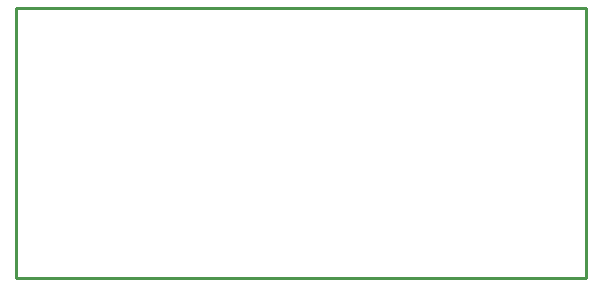
<source format=gko>
%FSAX24Y24*%
%MOIN*%
G70*
G01*
G75*
G04 Layer_Color=16711935*
%ADD10R,0.0433X0.0551*%
%ADD11R,0.0472X0.0787*%
%ADD12R,0.0787X0.0472*%
%ADD13R,0.0925X0.0197*%
%ADD14R,0.0984X0.0925*%
%ADD15R,0.0551X0.0433*%
%ADD16O,0.0650X0.0217*%
%ADD17O,0.0217X0.0650*%
%ADD18R,0.0591X0.0591*%
%ADD19C,0.0200*%
%ADD20C,0.0100*%
%ADD21C,0.0080*%
%ADD22C,0.0591*%
%ADD23R,0.0591X0.0591*%
%ADD24C,0.0512*%
%ADD25C,0.0350*%
%ADD26O,0.0827X0.0138*%
%ADD27R,0.0945X0.0394*%
%ADD28R,0.0945X0.1299*%
D20*
X020500Y030500D02*
Y039500D01*
X039500D01*
Y030500D02*
Y039500D01*
X020500Y030500D02*
X039500D01*
M02*

</source>
